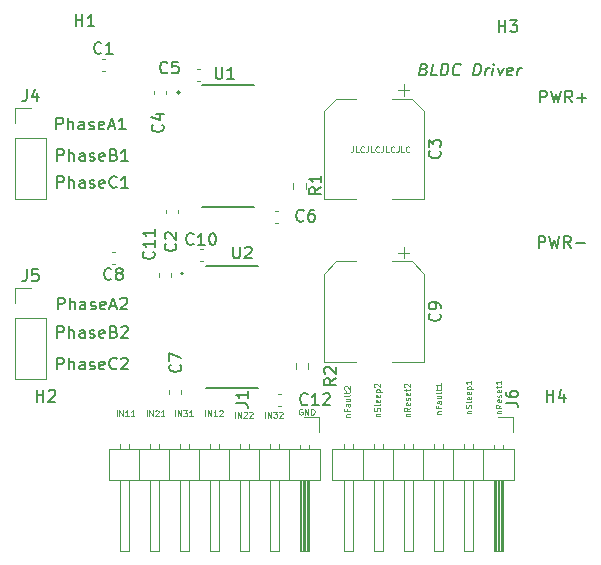
<source format=gto>
G04 #@! TF.GenerationSoftware,KiCad,Pcbnew,6.0.4-6f826c9f35~116~ubuntu20.04.1*
G04 #@! TF.CreationDate,2022-04-25T13:09:09+02:00*
G04 #@! TF.ProjectId,foc,666f632e-6b69-4636-9164-5f7063625858,rev?*
G04 #@! TF.SameCoordinates,Original*
G04 #@! TF.FileFunction,Legend,Top*
G04 #@! TF.FilePolarity,Positive*
%FSLAX46Y46*%
G04 Gerber Fmt 4.6, Leading zero omitted, Abs format (unit mm)*
G04 Created by KiCad (PCBNEW 6.0.4-6f826c9f35~116~ubuntu20.04.1) date 2022-04-25 13:09:09*
%MOMM*%
%LPD*%
G01*
G04 APERTURE LIST*
%ADD10C,0.125000*%
%ADD11C,0.150000*%
%ADD12C,0.120000*%
%ADD13C,0.127000*%
%ADD14C,0.200000*%
G04 APERTURE END LIST*
D10*
X168251476Y-97262190D02*
X168251476Y-97619333D01*
X168227666Y-97690761D01*
X168180047Y-97738380D01*
X168108619Y-97762190D01*
X168061000Y-97762190D01*
X168727666Y-97762190D02*
X168489571Y-97762190D01*
X168489571Y-97262190D01*
X169180047Y-97714571D02*
X169156238Y-97738380D01*
X169084809Y-97762190D01*
X169037190Y-97762190D01*
X168965761Y-97738380D01*
X168918142Y-97690761D01*
X168894333Y-97643142D01*
X168870523Y-97547904D01*
X168870523Y-97476476D01*
X168894333Y-97381238D01*
X168918142Y-97333619D01*
X168965761Y-97286000D01*
X169037190Y-97262190D01*
X169084809Y-97262190D01*
X169156238Y-97286000D01*
X169180047Y-97309809D01*
X169537190Y-97262190D02*
X169537190Y-97619333D01*
X169513380Y-97690761D01*
X169465761Y-97738380D01*
X169394333Y-97762190D01*
X169346714Y-97762190D01*
X170013380Y-97762190D02*
X169775285Y-97762190D01*
X169775285Y-97262190D01*
X170465761Y-97714571D02*
X170441952Y-97738380D01*
X170370523Y-97762190D01*
X170322904Y-97762190D01*
X170251476Y-97738380D01*
X170203857Y-97690761D01*
X170180047Y-97643142D01*
X170156238Y-97547904D01*
X170156238Y-97476476D01*
X170180047Y-97381238D01*
X170203857Y-97333619D01*
X170251476Y-97286000D01*
X170322904Y-97262190D01*
X170370523Y-97262190D01*
X170441952Y-97286000D01*
X170465761Y-97309809D01*
X170822904Y-97262190D02*
X170822904Y-97619333D01*
X170799095Y-97690761D01*
X170751476Y-97738380D01*
X170680047Y-97762190D01*
X170632428Y-97762190D01*
X171299095Y-97762190D02*
X171061000Y-97762190D01*
X171061000Y-97262190D01*
X171751476Y-97714571D02*
X171727666Y-97738380D01*
X171656238Y-97762190D01*
X171608619Y-97762190D01*
X171537190Y-97738380D01*
X171489571Y-97690761D01*
X171465761Y-97643142D01*
X171441952Y-97547904D01*
X171441952Y-97476476D01*
X171465761Y-97381238D01*
X171489571Y-97333619D01*
X171537190Y-97286000D01*
X171608619Y-97262190D01*
X171656238Y-97262190D01*
X171727666Y-97286000D01*
X171751476Y-97309809D01*
X172108619Y-97262190D02*
X172108619Y-97619333D01*
X172084809Y-97690761D01*
X172037190Y-97738380D01*
X171965761Y-97762190D01*
X171918142Y-97762190D01*
X172584809Y-97762190D02*
X172346714Y-97762190D01*
X172346714Y-97262190D01*
X173037190Y-97714571D02*
X173013380Y-97738380D01*
X172941952Y-97762190D01*
X172894333Y-97762190D01*
X172822904Y-97738380D01*
X172775285Y-97690761D01*
X172751476Y-97643142D01*
X172727666Y-97547904D01*
X172727666Y-97476476D01*
X172751476Y-97381238D01*
X172775285Y-97333619D01*
X172822904Y-97286000D01*
X172894333Y-97262190D01*
X172941952Y-97262190D01*
X173013380Y-97286000D01*
X173037190Y-97309809D01*
D11*
X143200809Y-113482380D02*
X143200809Y-112482380D01*
X143581761Y-112482380D01*
X143677000Y-112530000D01*
X143724619Y-112577619D01*
X143772238Y-112672857D01*
X143772238Y-112815714D01*
X143724619Y-112910952D01*
X143677000Y-112958571D01*
X143581761Y-113006190D01*
X143200809Y-113006190D01*
X144200809Y-113482380D02*
X144200809Y-112482380D01*
X144629380Y-113482380D02*
X144629380Y-112958571D01*
X144581761Y-112863333D01*
X144486523Y-112815714D01*
X144343666Y-112815714D01*
X144248428Y-112863333D01*
X144200809Y-112910952D01*
X145534142Y-113482380D02*
X145534142Y-112958571D01*
X145486523Y-112863333D01*
X145391285Y-112815714D01*
X145200809Y-112815714D01*
X145105571Y-112863333D01*
X145534142Y-113434761D02*
X145438904Y-113482380D01*
X145200809Y-113482380D01*
X145105571Y-113434761D01*
X145057952Y-113339523D01*
X145057952Y-113244285D01*
X145105571Y-113149047D01*
X145200809Y-113101428D01*
X145438904Y-113101428D01*
X145534142Y-113053809D01*
X145962714Y-113434761D02*
X146057952Y-113482380D01*
X146248428Y-113482380D01*
X146343666Y-113434761D01*
X146391285Y-113339523D01*
X146391285Y-113291904D01*
X146343666Y-113196666D01*
X146248428Y-113149047D01*
X146105571Y-113149047D01*
X146010333Y-113101428D01*
X145962714Y-113006190D01*
X145962714Y-112958571D01*
X146010333Y-112863333D01*
X146105571Y-112815714D01*
X146248428Y-112815714D01*
X146343666Y-112863333D01*
X147200809Y-113434761D02*
X147105571Y-113482380D01*
X146915095Y-113482380D01*
X146819857Y-113434761D01*
X146772238Y-113339523D01*
X146772238Y-112958571D01*
X146819857Y-112863333D01*
X146915095Y-112815714D01*
X147105571Y-112815714D01*
X147200809Y-112863333D01*
X147248428Y-112958571D01*
X147248428Y-113053809D01*
X146772238Y-113149047D01*
X148010333Y-112958571D02*
X148153190Y-113006190D01*
X148200809Y-113053809D01*
X148248428Y-113149047D01*
X148248428Y-113291904D01*
X148200809Y-113387142D01*
X148153190Y-113434761D01*
X148057952Y-113482380D01*
X147677000Y-113482380D01*
X147677000Y-112482380D01*
X148010333Y-112482380D01*
X148105571Y-112530000D01*
X148153190Y-112577619D01*
X148200809Y-112672857D01*
X148200809Y-112768095D01*
X148153190Y-112863333D01*
X148105571Y-112910952D01*
X148010333Y-112958571D01*
X147677000Y-112958571D01*
X148629380Y-112577619D02*
X148677000Y-112530000D01*
X148772238Y-112482380D01*
X149010333Y-112482380D01*
X149105571Y-112530000D01*
X149153190Y-112577619D01*
X149200809Y-112672857D01*
X149200809Y-112768095D01*
X149153190Y-112910952D01*
X148581761Y-113482380D01*
X149200809Y-113482380D01*
D10*
X170199857Y-120114047D02*
X170533190Y-120114047D01*
X170247476Y-120114047D02*
X170223666Y-120090238D01*
X170199857Y-120042619D01*
X170199857Y-119971190D01*
X170223666Y-119923571D01*
X170271285Y-119899761D01*
X170533190Y-119899761D01*
X170509380Y-119685476D02*
X170533190Y-119614047D01*
X170533190Y-119495000D01*
X170509380Y-119447380D01*
X170485571Y-119423571D01*
X170437952Y-119399761D01*
X170390333Y-119399761D01*
X170342714Y-119423571D01*
X170318904Y-119447380D01*
X170295095Y-119495000D01*
X170271285Y-119590238D01*
X170247476Y-119637857D01*
X170223666Y-119661666D01*
X170176047Y-119685476D01*
X170128428Y-119685476D01*
X170080809Y-119661666D01*
X170057000Y-119637857D01*
X170033190Y-119590238D01*
X170033190Y-119471190D01*
X170057000Y-119399761D01*
X170533190Y-119114047D02*
X170509380Y-119161666D01*
X170461761Y-119185476D01*
X170033190Y-119185476D01*
X170509380Y-118733095D02*
X170533190Y-118780714D01*
X170533190Y-118875952D01*
X170509380Y-118923571D01*
X170461761Y-118947380D01*
X170271285Y-118947380D01*
X170223666Y-118923571D01*
X170199857Y-118875952D01*
X170199857Y-118780714D01*
X170223666Y-118733095D01*
X170271285Y-118709285D01*
X170318904Y-118709285D01*
X170366523Y-118947380D01*
X170509380Y-118304523D02*
X170533190Y-118352142D01*
X170533190Y-118447380D01*
X170509380Y-118495000D01*
X170461761Y-118518809D01*
X170271285Y-118518809D01*
X170223666Y-118495000D01*
X170199857Y-118447380D01*
X170199857Y-118352142D01*
X170223666Y-118304523D01*
X170271285Y-118280714D01*
X170318904Y-118280714D01*
X170366523Y-118518809D01*
X170199857Y-118066428D02*
X170699857Y-118066428D01*
X170223666Y-118066428D02*
X170199857Y-118018809D01*
X170199857Y-117923571D01*
X170223666Y-117875952D01*
X170247476Y-117852142D01*
X170295095Y-117828333D01*
X170437952Y-117828333D01*
X170485571Y-117852142D01*
X170509380Y-117875952D01*
X170533190Y-117923571D01*
X170533190Y-118018809D01*
X170509380Y-118066428D01*
X170080809Y-117637857D02*
X170057000Y-117614047D01*
X170033190Y-117566428D01*
X170033190Y-117447380D01*
X170057000Y-117399761D01*
X170080809Y-117375952D01*
X170128428Y-117352142D01*
X170176047Y-117352142D01*
X170247476Y-117375952D01*
X170533190Y-117661666D01*
X170533190Y-117352142D01*
X180486857Y-119860047D02*
X180820190Y-119860047D01*
X180534476Y-119860047D02*
X180510666Y-119836238D01*
X180486857Y-119788619D01*
X180486857Y-119717190D01*
X180510666Y-119669571D01*
X180558285Y-119645761D01*
X180820190Y-119645761D01*
X180820190Y-119121952D02*
X180582095Y-119288619D01*
X180820190Y-119407666D02*
X180320190Y-119407666D01*
X180320190Y-119217190D01*
X180344000Y-119169571D01*
X180367809Y-119145761D01*
X180415428Y-119121952D01*
X180486857Y-119121952D01*
X180534476Y-119145761D01*
X180558285Y-119169571D01*
X180582095Y-119217190D01*
X180582095Y-119407666D01*
X180796380Y-118717190D02*
X180820190Y-118764809D01*
X180820190Y-118860047D01*
X180796380Y-118907666D01*
X180748761Y-118931476D01*
X180558285Y-118931476D01*
X180510666Y-118907666D01*
X180486857Y-118860047D01*
X180486857Y-118764809D01*
X180510666Y-118717190D01*
X180558285Y-118693380D01*
X180605904Y-118693380D01*
X180653523Y-118931476D01*
X180796380Y-118502904D02*
X180820190Y-118455285D01*
X180820190Y-118360047D01*
X180796380Y-118312428D01*
X180748761Y-118288619D01*
X180724952Y-118288619D01*
X180677333Y-118312428D01*
X180653523Y-118360047D01*
X180653523Y-118431476D01*
X180629714Y-118479095D01*
X180582095Y-118502904D01*
X180558285Y-118502904D01*
X180510666Y-118479095D01*
X180486857Y-118431476D01*
X180486857Y-118360047D01*
X180510666Y-118312428D01*
X180796380Y-117883857D02*
X180820190Y-117931476D01*
X180820190Y-118026714D01*
X180796380Y-118074333D01*
X180748761Y-118098142D01*
X180558285Y-118098142D01*
X180510666Y-118074333D01*
X180486857Y-118026714D01*
X180486857Y-117931476D01*
X180510666Y-117883857D01*
X180558285Y-117860047D01*
X180605904Y-117860047D01*
X180653523Y-118098142D01*
X180486857Y-117717190D02*
X180486857Y-117526714D01*
X180320190Y-117645761D02*
X180748761Y-117645761D01*
X180796380Y-117621952D01*
X180820190Y-117574333D01*
X180820190Y-117526714D01*
X180820190Y-117098142D02*
X180820190Y-117383857D01*
X180820190Y-117241000D02*
X180320190Y-117241000D01*
X180391619Y-117288619D01*
X180439238Y-117336238D01*
X180463047Y-117383857D01*
X150772904Y-120114190D02*
X150772904Y-119614190D01*
X151011000Y-120114190D02*
X151011000Y-119614190D01*
X151296714Y-120114190D01*
X151296714Y-119614190D01*
X151511000Y-119661809D02*
X151534809Y-119638000D01*
X151582428Y-119614190D01*
X151701476Y-119614190D01*
X151749095Y-119638000D01*
X151772904Y-119661809D01*
X151796714Y-119709428D01*
X151796714Y-119757047D01*
X151772904Y-119828476D01*
X151487190Y-120114190D01*
X151796714Y-120114190D01*
X152272904Y-120114190D02*
X151987190Y-120114190D01*
X152130047Y-120114190D02*
X152130047Y-119614190D01*
X152082428Y-119685619D01*
X152034809Y-119733238D01*
X151987190Y-119757047D01*
D11*
X174270851Y-90733571D02*
X174407755Y-90781190D01*
X174449422Y-90828809D01*
X174485136Y-90924047D01*
X174467279Y-91066904D01*
X174407755Y-91162142D01*
X174354184Y-91209761D01*
X174252994Y-91257380D01*
X173872041Y-91257380D01*
X173997041Y-90257380D01*
X174330375Y-90257380D01*
X174419660Y-90305000D01*
X174461327Y-90352619D01*
X174497041Y-90447857D01*
X174485136Y-90543095D01*
X174425613Y-90638333D01*
X174372041Y-90685952D01*
X174270851Y-90733571D01*
X173937517Y-90733571D01*
X175348232Y-91257380D02*
X174872041Y-91257380D01*
X174997041Y-90257380D01*
X175681565Y-91257380D02*
X175806565Y-90257380D01*
X176044660Y-90257380D01*
X176181565Y-90305000D01*
X176264898Y-90400238D01*
X176300613Y-90495476D01*
X176324422Y-90685952D01*
X176306565Y-90828809D01*
X176235136Y-91019285D01*
X176175613Y-91114523D01*
X176068470Y-91209761D01*
X175919660Y-91257380D01*
X175681565Y-91257380D01*
X177264898Y-91162142D02*
X177211327Y-91209761D01*
X177062517Y-91257380D01*
X176967279Y-91257380D01*
X176830375Y-91209761D01*
X176747041Y-91114523D01*
X176711327Y-91019285D01*
X176687517Y-90828809D01*
X176705375Y-90685952D01*
X176776803Y-90495476D01*
X176836327Y-90400238D01*
X176943470Y-90305000D01*
X177092279Y-90257380D01*
X177187517Y-90257380D01*
X177324422Y-90305000D01*
X177366089Y-90352619D01*
X178443470Y-91257380D02*
X178568470Y-90257380D01*
X178806565Y-90257380D01*
X178943470Y-90305000D01*
X179026803Y-90400238D01*
X179062517Y-90495476D01*
X179086327Y-90685952D01*
X179068470Y-90828809D01*
X178997041Y-91019285D01*
X178937517Y-91114523D01*
X178830375Y-91209761D01*
X178681565Y-91257380D01*
X178443470Y-91257380D01*
X179443470Y-91257380D02*
X179526803Y-90590714D01*
X179502994Y-90781190D02*
X179562517Y-90685952D01*
X179616089Y-90638333D01*
X179717279Y-90590714D01*
X179812517Y-90590714D01*
X180062517Y-91257380D02*
X180145851Y-90590714D01*
X180187517Y-90257380D02*
X180133946Y-90305000D01*
X180175613Y-90352619D01*
X180229184Y-90305000D01*
X180187517Y-90257380D01*
X180175613Y-90352619D01*
X180526803Y-90590714D02*
X180681565Y-91257380D01*
X181002994Y-90590714D01*
X181687517Y-91209761D02*
X181586327Y-91257380D01*
X181395851Y-91257380D01*
X181306565Y-91209761D01*
X181270851Y-91114523D01*
X181318470Y-90733571D01*
X181377994Y-90638333D01*
X181479184Y-90590714D01*
X181669660Y-90590714D01*
X181758946Y-90638333D01*
X181794660Y-90733571D01*
X181782755Y-90828809D01*
X181294660Y-90924047D01*
X182157755Y-91257380D02*
X182241089Y-90590714D01*
X182217279Y-90781190D02*
X182276803Y-90685952D01*
X182330375Y-90638333D01*
X182431565Y-90590714D01*
X182526803Y-90590714D01*
D10*
X148232904Y-120114190D02*
X148232904Y-119614190D01*
X148471000Y-120114190D02*
X148471000Y-119614190D01*
X148756714Y-120114190D01*
X148756714Y-119614190D01*
X149256714Y-120114190D02*
X148971000Y-120114190D01*
X149113857Y-120114190D02*
X149113857Y-119614190D01*
X149066238Y-119685619D01*
X149018619Y-119733238D01*
X148971000Y-119757047D01*
X149732904Y-120114190D02*
X149447190Y-120114190D01*
X149590047Y-120114190D02*
X149590047Y-119614190D01*
X149542428Y-119685619D01*
X149494809Y-119733238D01*
X149447190Y-119757047D01*
D11*
X143200809Y-98496380D02*
X143200809Y-97496380D01*
X143581761Y-97496380D01*
X143677000Y-97544000D01*
X143724619Y-97591619D01*
X143772238Y-97686857D01*
X143772238Y-97829714D01*
X143724619Y-97924952D01*
X143677000Y-97972571D01*
X143581761Y-98020190D01*
X143200809Y-98020190D01*
X144200809Y-98496380D02*
X144200809Y-97496380D01*
X144629380Y-98496380D02*
X144629380Y-97972571D01*
X144581761Y-97877333D01*
X144486523Y-97829714D01*
X144343666Y-97829714D01*
X144248428Y-97877333D01*
X144200809Y-97924952D01*
X145534142Y-98496380D02*
X145534142Y-97972571D01*
X145486523Y-97877333D01*
X145391285Y-97829714D01*
X145200809Y-97829714D01*
X145105571Y-97877333D01*
X145534142Y-98448761D02*
X145438904Y-98496380D01*
X145200809Y-98496380D01*
X145105571Y-98448761D01*
X145057952Y-98353523D01*
X145057952Y-98258285D01*
X145105571Y-98163047D01*
X145200809Y-98115428D01*
X145438904Y-98115428D01*
X145534142Y-98067809D01*
X145962714Y-98448761D02*
X146057952Y-98496380D01*
X146248428Y-98496380D01*
X146343666Y-98448761D01*
X146391285Y-98353523D01*
X146391285Y-98305904D01*
X146343666Y-98210666D01*
X146248428Y-98163047D01*
X146105571Y-98163047D01*
X146010333Y-98115428D01*
X145962714Y-98020190D01*
X145962714Y-97972571D01*
X146010333Y-97877333D01*
X146105571Y-97829714D01*
X146248428Y-97829714D01*
X146343666Y-97877333D01*
X147200809Y-98448761D02*
X147105571Y-98496380D01*
X146915095Y-98496380D01*
X146819857Y-98448761D01*
X146772238Y-98353523D01*
X146772238Y-97972571D01*
X146819857Y-97877333D01*
X146915095Y-97829714D01*
X147105571Y-97829714D01*
X147200809Y-97877333D01*
X147248428Y-97972571D01*
X147248428Y-98067809D01*
X146772238Y-98163047D01*
X148010333Y-97972571D02*
X148153190Y-98020190D01*
X148200809Y-98067809D01*
X148248428Y-98163047D01*
X148248428Y-98305904D01*
X148200809Y-98401142D01*
X148153190Y-98448761D01*
X148057952Y-98496380D01*
X147677000Y-98496380D01*
X147677000Y-97496380D01*
X148010333Y-97496380D01*
X148105571Y-97544000D01*
X148153190Y-97591619D01*
X148200809Y-97686857D01*
X148200809Y-97782095D01*
X148153190Y-97877333D01*
X148105571Y-97924952D01*
X148010333Y-97972571D01*
X147677000Y-97972571D01*
X149200809Y-98496380D02*
X148629380Y-98496380D01*
X148915095Y-98496380D02*
X148915095Y-97496380D01*
X148819857Y-97639238D01*
X148724619Y-97734476D01*
X148629380Y-97782095D01*
X184102619Y-93543380D02*
X184102619Y-92543380D01*
X184483571Y-92543380D01*
X184578809Y-92591000D01*
X184626428Y-92638619D01*
X184674047Y-92733857D01*
X184674047Y-92876714D01*
X184626428Y-92971952D01*
X184578809Y-93019571D01*
X184483571Y-93067190D01*
X184102619Y-93067190D01*
X185007380Y-92543380D02*
X185245476Y-93543380D01*
X185435952Y-92829095D01*
X185626428Y-93543380D01*
X185864523Y-92543380D01*
X186816904Y-93543380D02*
X186483571Y-93067190D01*
X186245476Y-93543380D02*
X186245476Y-92543380D01*
X186626428Y-92543380D01*
X186721666Y-92591000D01*
X186769285Y-92638619D01*
X186816904Y-92733857D01*
X186816904Y-92876714D01*
X186769285Y-92971952D01*
X186721666Y-93019571D01*
X186626428Y-93067190D01*
X186245476Y-93067190D01*
X187245476Y-93162428D02*
X188007380Y-93162428D01*
X187626428Y-93543380D02*
X187626428Y-92781476D01*
D10*
X153185904Y-120114190D02*
X153185904Y-119614190D01*
X153424000Y-120114190D02*
X153424000Y-119614190D01*
X153709714Y-120114190D01*
X153709714Y-119614190D01*
X153900190Y-119614190D02*
X154209714Y-119614190D01*
X154043047Y-119804666D01*
X154114476Y-119804666D01*
X154162095Y-119828476D01*
X154185904Y-119852285D01*
X154209714Y-119899904D01*
X154209714Y-120018952D01*
X154185904Y-120066571D01*
X154162095Y-120090380D01*
X154114476Y-120114190D01*
X153971619Y-120114190D01*
X153924000Y-120090380D01*
X153900190Y-120066571D01*
X154685904Y-120114190D02*
X154400190Y-120114190D01*
X154543047Y-120114190D02*
X154543047Y-119614190D01*
X154495428Y-119685619D01*
X154447809Y-119733238D01*
X154400190Y-119757047D01*
X175406857Y-119903714D02*
X175740190Y-119903714D01*
X175454476Y-119903714D02*
X175430666Y-119879904D01*
X175406857Y-119832285D01*
X175406857Y-119760857D01*
X175430666Y-119713238D01*
X175478285Y-119689428D01*
X175740190Y-119689428D01*
X175478285Y-119284666D02*
X175478285Y-119451333D01*
X175740190Y-119451333D02*
X175240190Y-119451333D01*
X175240190Y-119213238D01*
X175740190Y-118808476D02*
X175478285Y-118808476D01*
X175430666Y-118832285D01*
X175406857Y-118879904D01*
X175406857Y-118975142D01*
X175430666Y-119022761D01*
X175716380Y-118808476D02*
X175740190Y-118856095D01*
X175740190Y-118975142D01*
X175716380Y-119022761D01*
X175668761Y-119046571D01*
X175621142Y-119046571D01*
X175573523Y-119022761D01*
X175549714Y-118975142D01*
X175549714Y-118856095D01*
X175525904Y-118808476D01*
X175406857Y-118356095D02*
X175740190Y-118356095D01*
X175406857Y-118570380D02*
X175668761Y-118570380D01*
X175716380Y-118546571D01*
X175740190Y-118498952D01*
X175740190Y-118427523D01*
X175716380Y-118379904D01*
X175692571Y-118356095D01*
X175740190Y-118046571D02*
X175716380Y-118094190D01*
X175668761Y-118118000D01*
X175240190Y-118118000D01*
X175406857Y-117927523D02*
X175406857Y-117737047D01*
X175240190Y-117856095D02*
X175668761Y-117856095D01*
X175716380Y-117832285D01*
X175740190Y-117784666D01*
X175740190Y-117737047D01*
X175740190Y-117308476D02*
X175740190Y-117594190D01*
X175740190Y-117451333D02*
X175240190Y-117451333D01*
X175311619Y-117498952D01*
X175359238Y-117546571D01*
X175383047Y-117594190D01*
X158265904Y-120241190D02*
X158265904Y-119741190D01*
X158504000Y-120241190D02*
X158504000Y-119741190D01*
X158789714Y-120241190D01*
X158789714Y-119741190D01*
X159004000Y-119788809D02*
X159027809Y-119765000D01*
X159075428Y-119741190D01*
X159194476Y-119741190D01*
X159242095Y-119765000D01*
X159265904Y-119788809D01*
X159289714Y-119836428D01*
X159289714Y-119884047D01*
X159265904Y-119955476D01*
X158980190Y-120241190D01*
X159289714Y-120241190D01*
X159480190Y-119788809D02*
X159504000Y-119765000D01*
X159551619Y-119741190D01*
X159670666Y-119741190D01*
X159718285Y-119765000D01*
X159742095Y-119788809D01*
X159765904Y-119836428D01*
X159765904Y-119884047D01*
X159742095Y-119955476D01*
X159456380Y-120241190D01*
X159765904Y-120241190D01*
X163957047Y-119511000D02*
X163909428Y-119487190D01*
X163838000Y-119487190D01*
X163766571Y-119511000D01*
X163718952Y-119558619D01*
X163695142Y-119606238D01*
X163671333Y-119701476D01*
X163671333Y-119772904D01*
X163695142Y-119868142D01*
X163718952Y-119915761D01*
X163766571Y-119963380D01*
X163838000Y-119987190D01*
X163885619Y-119987190D01*
X163957047Y-119963380D01*
X163980857Y-119939571D01*
X163980857Y-119772904D01*
X163885619Y-119772904D01*
X164195142Y-119987190D02*
X164195142Y-119487190D01*
X164480857Y-119987190D01*
X164480857Y-119487190D01*
X164718952Y-119987190D02*
X164718952Y-119487190D01*
X164838000Y-119487190D01*
X164909428Y-119511000D01*
X164957047Y-119558619D01*
X164980857Y-119606238D01*
X165004666Y-119701476D01*
X165004666Y-119772904D01*
X164980857Y-119868142D01*
X164957047Y-119915761D01*
X164909428Y-119963380D01*
X164838000Y-119987190D01*
X164718952Y-119987190D01*
X167659857Y-120157714D02*
X167993190Y-120157714D01*
X167707476Y-120157714D02*
X167683666Y-120133904D01*
X167659857Y-120086285D01*
X167659857Y-120014857D01*
X167683666Y-119967238D01*
X167731285Y-119943428D01*
X167993190Y-119943428D01*
X167731285Y-119538666D02*
X167731285Y-119705333D01*
X167993190Y-119705333D02*
X167493190Y-119705333D01*
X167493190Y-119467238D01*
X167993190Y-119062476D02*
X167731285Y-119062476D01*
X167683666Y-119086285D01*
X167659857Y-119133904D01*
X167659857Y-119229142D01*
X167683666Y-119276761D01*
X167969380Y-119062476D02*
X167993190Y-119110095D01*
X167993190Y-119229142D01*
X167969380Y-119276761D01*
X167921761Y-119300571D01*
X167874142Y-119300571D01*
X167826523Y-119276761D01*
X167802714Y-119229142D01*
X167802714Y-119110095D01*
X167778904Y-119062476D01*
X167659857Y-118610095D02*
X167993190Y-118610095D01*
X167659857Y-118824380D02*
X167921761Y-118824380D01*
X167969380Y-118800571D01*
X167993190Y-118752952D01*
X167993190Y-118681523D01*
X167969380Y-118633904D01*
X167945571Y-118610095D01*
X167993190Y-118300571D02*
X167969380Y-118348190D01*
X167921761Y-118372000D01*
X167493190Y-118372000D01*
X167659857Y-118181523D02*
X167659857Y-117991047D01*
X167493190Y-118110095D02*
X167921761Y-118110095D01*
X167969380Y-118086285D01*
X167993190Y-118038666D01*
X167993190Y-117991047D01*
X167540809Y-117848190D02*
X167517000Y-117824380D01*
X167493190Y-117776761D01*
X167493190Y-117657714D01*
X167517000Y-117610095D01*
X167540809Y-117586285D01*
X167588428Y-117562476D01*
X167636047Y-117562476D01*
X167707476Y-117586285D01*
X167993190Y-117872000D01*
X167993190Y-117562476D01*
D11*
X143200809Y-116149380D02*
X143200809Y-115149380D01*
X143581761Y-115149380D01*
X143677000Y-115197000D01*
X143724619Y-115244619D01*
X143772238Y-115339857D01*
X143772238Y-115482714D01*
X143724619Y-115577952D01*
X143677000Y-115625571D01*
X143581761Y-115673190D01*
X143200809Y-115673190D01*
X144200809Y-116149380D02*
X144200809Y-115149380D01*
X144629380Y-116149380D02*
X144629380Y-115625571D01*
X144581761Y-115530333D01*
X144486523Y-115482714D01*
X144343666Y-115482714D01*
X144248428Y-115530333D01*
X144200809Y-115577952D01*
X145534142Y-116149380D02*
X145534142Y-115625571D01*
X145486523Y-115530333D01*
X145391285Y-115482714D01*
X145200809Y-115482714D01*
X145105571Y-115530333D01*
X145534142Y-116101761D02*
X145438904Y-116149380D01*
X145200809Y-116149380D01*
X145105571Y-116101761D01*
X145057952Y-116006523D01*
X145057952Y-115911285D01*
X145105571Y-115816047D01*
X145200809Y-115768428D01*
X145438904Y-115768428D01*
X145534142Y-115720809D01*
X145962714Y-116101761D02*
X146057952Y-116149380D01*
X146248428Y-116149380D01*
X146343666Y-116101761D01*
X146391285Y-116006523D01*
X146391285Y-115958904D01*
X146343666Y-115863666D01*
X146248428Y-115816047D01*
X146105571Y-115816047D01*
X146010333Y-115768428D01*
X145962714Y-115673190D01*
X145962714Y-115625571D01*
X146010333Y-115530333D01*
X146105571Y-115482714D01*
X146248428Y-115482714D01*
X146343666Y-115530333D01*
X147200809Y-116101761D02*
X147105571Y-116149380D01*
X146915095Y-116149380D01*
X146819857Y-116101761D01*
X146772238Y-116006523D01*
X146772238Y-115625571D01*
X146819857Y-115530333D01*
X146915095Y-115482714D01*
X147105571Y-115482714D01*
X147200809Y-115530333D01*
X147248428Y-115625571D01*
X147248428Y-115720809D01*
X146772238Y-115816047D01*
X148248428Y-116054142D02*
X148200809Y-116101761D01*
X148057952Y-116149380D01*
X147962714Y-116149380D01*
X147819857Y-116101761D01*
X147724619Y-116006523D01*
X147677000Y-115911285D01*
X147629380Y-115720809D01*
X147629380Y-115577952D01*
X147677000Y-115387476D01*
X147724619Y-115292238D01*
X147819857Y-115197000D01*
X147962714Y-115149380D01*
X148057952Y-115149380D01*
X148200809Y-115197000D01*
X148248428Y-115244619D01*
X148629380Y-115244619D02*
X148677000Y-115197000D01*
X148772238Y-115149380D01*
X149010333Y-115149380D01*
X149105571Y-115197000D01*
X149153190Y-115244619D01*
X149200809Y-115339857D01*
X149200809Y-115435095D01*
X149153190Y-115577952D01*
X148581761Y-116149380D01*
X149200809Y-116149380D01*
D10*
X177946857Y-119860047D02*
X178280190Y-119860047D01*
X177994476Y-119860047D02*
X177970666Y-119836238D01*
X177946857Y-119788619D01*
X177946857Y-119717190D01*
X177970666Y-119669571D01*
X178018285Y-119645761D01*
X178280190Y-119645761D01*
X178256380Y-119431476D02*
X178280190Y-119360047D01*
X178280190Y-119241000D01*
X178256380Y-119193380D01*
X178232571Y-119169571D01*
X178184952Y-119145761D01*
X178137333Y-119145761D01*
X178089714Y-119169571D01*
X178065904Y-119193380D01*
X178042095Y-119241000D01*
X178018285Y-119336238D01*
X177994476Y-119383857D01*
X177970666Y-119407666D01*
X177923047Y-119431476D01*
X177875428Y-119431476D01*
X177827809Y-119407666D01*
X177804000Y-119383857D01*
X177780190Y-119336238D01*
X177780190Y-119217190D01*
X177804000Y-119145761D01*
X178280190Y-118860047D02*
X178256380Y-118907666D01*
X178208761Y-118931476D01*
X177780190Y-118931476D01*
X178256380Y-118479095D02*
X178280190Y-118526714D01*
X178280190Y-118621952D01*
X178256380Y-118669571D01*
X178208761Y-118693380D01*
X178018285Y-118693380D01*
X177970666Y-118669571D01*
X177946857Y-118621952D01*
X177946857Y-118526714D01*
X177970666Y-118479095D01*
X178018285Y-118455285D01*
X178065904Y-118455285D01*
X178113523Y-118693380D01*
X178256380Y-118050523D02*
X178280190Y-118098142D01*
X178280190Y-118193380D01*
X178256380Y-118241000D01*
X178208761Y-118264809D01*
X178018285Y-118264809D01*
X177970666Y-118241000D01*
X177946857Y-118193380D01*
X177946857Y-118098142D01*
X177970666Y-118050523D01*
X178018285Y-118026714D01*
X178065904Y-118026714D01*
X178113523Y-118264809D01*
X177946857Y-117812428D02*
X178446857Y-117812428D01*
X177970666Y-117812428D02*
X177946857Y-117764809D01*
X177946857Y-117669571D01*
X177970666Y-117621952D01*
X177994476Y-117598142D01*
X178042095Y-117574333D01*
X178184952Y-117574333D01*
X178232571Y-117598142D01*
X178256380Y-117621952D01*
X178280190Y-117669571D01*
X178280190Y-117764809D01*
X178256380Y-117812428D01*
X178280190Y-117098142D02*
X178280190Y-117383857D01*
X178280190Y-117241000D02*
X177780190Y-117241000D01*
X177851619Y-117288619D01*
X177899238Y-117336238D01*
X177923047Y-117383857D01*
X160805904Y-120241190D02*
X160805904Y-119741190D01*
X161044000Y-120241190D02*
X161044000Y-119741190D01*
X161329714Y-120241190D01*
X161329714Y-119741190D01*
X161520190Y-119741190D02*
X161829714Y-119741190D01*
X161663047Y-119931666D01*
X161734476Y-119931666D01*
X161782095Y-119955476D01*
X161805904Y-119979285D01*
X161829714Y-120026904D01*
X161829714Y-120145952D01*
X161805904Y-120193571D01*
X161782095Y-120217380D01*
X161734476Y-120241190D01*
X161591619Y-120241190D01*
X161544000Y-120217380D01*
X161520190Y-120193571D01*
X162020190Y-119788809D02*
X162044000Y-119765000D01*
X162091619Y-119741190D01*
X162210666Y-119741190D01*
X162258285Y-119765000D01*
X162282095Y-119788809D01*
X162305904Y-119836428D01*
X162305904Y-119884047D01*
X162282095Y-119955476D01*
X161996380Y-120241190D01*
X162305904Y-120241190D01*
D11*
X143272238Y-111069380D02*
X143272238Y-110069380D01*
X143653190Y-110069380D01*
X143748428Y-110117000D01*
X143796047Y-110164619D01*
X143843666Y-110259857D01*
X143843666Y-110402714D01*
X143796047Y-110497952D01*
X143748428Y-110545571D01*
X143653190Y-110593190D01*
X143272238Y-110593190D01*
X144272238Y-111069380D02*
X144272238Y-110069380D01*
X144700809Y-111069380D02*
X144700809Y-110545571D01*
X144653190Y-110450333D01*
X144557952Y-110402714D01*
X144415095Y-110402714D01*
X144319857Y-110450333D01*
X144272238Y-110497952D01*
X145605571Y-111069380D02*
X145605571Y-110545571D01*
X145557952Y-110450333D01*
X145462714Y-110402714D01*
X145272238Y-110402714D01*
X145177000Y-110450333D01*
X145605571Y-111021761D02*
X145510333Y-111069380D01*
X145272238Y-111069380D01*
X145177000Y-111021761D01*
X145129380Y-110926523D01*
X145129380Y-110831285D01*
X145177000Y-110736047D01*
X145272238Y-110688428D01*
X145510333Y-110688428D01*
X145605571Y-110640809D01*
X146034142Y-111021761D02*
X146129380Y-111069380D01*
X146319857Y-111069380D01*
X146415095Y-111021761D01*
X146462714Y-110926523D01*
X146462714Y-110878904D01*
X146415095Y-110783666D01*
X146319857Y-110736047D01*
X146177000Y-110736047D01*
X146081761Y-110688428D01*
X146034142Y-110593190D01*
X146034142Y-110545571D01*
X146081761Y-110450333D01*
X146177000Y-110402714D01*
X146319857Y-110402714D01*
X146415095Y-110450333D01*
X147272238Y-111021761D02*
X147177000Y-111069380D01*
X146986523Y-111069380D01*
X146891285Y-111021761D01*
X146843666Y-110926523D01*
X146843666Y-110545571D01*
X146891285Y-110450333D01*
X146986523Y-110402714D01*
X147177000Y-110402714D01*
X147272238Y-110450333D01*
X147319857Y-110545571D01*
X147319857Y-110640809D01*
X146843666Y-110736047D01*
X147700809Y-110783666D02*
X148177000Y-110783666D01*
X147605571Y-111069380D02*
X147938904Y-110069380D01*
X148272238Y-111069380D01*
X148557952Y-110164619D02*
X148605571Y-110117000D01*
X148700809Y-110069380D01*
X148938904Y-110069380D01*
X149034142Y-110117000D01*
X149081761Y-110164619D01*
X149129380Y-110259857D01*
X149129380Y-110355095D01*
X149081761Y-110497952D01*
X148510333Y-111069380D01*
X149129380Y-111069380D01*
X143200809Y-100782380D02*
X143200809Y-99782380D01*
X143581761Y-99782380D01*
X143677000Y-99830000D01*
X143724619Y-99877619D01*
X143772238Y-99972857D01*
X143772238Y-100115714D01*
X143724619Y-100210952D01*
X143677000Y-100258571D01*
X143581761Y-100306190D01*
X143200809Y-100306190D01*
X144200809Y-100782380D02*
X144200809Y-99782380D01*
X144629380Y-100782380D02*
X144629380Y-100258571D01*
X144581761Y-100163333D01*
X144486523Y-100115714D01*
X144343666Y-100115714D01*
X144248428Y-100163333D01*
X144200809Y-100210952D01*
X145534142Y-100782380D02*
X145534142Y-100258571D01*
X145486523Y-100163333D01*
X145391285Y-100115714D01*
X145200809Y-100115714D01*
X145105571Y-100163333D01*
X145534142Y-100734761D02*
X145438904Y-100782380D01*
X145200809Y-100782380D01*
X145105571Y-100734761D01*
X145057952Y-100639523D01*
X145057952Y-100544285D01*
X145105571Y-100449047D01*
X145200809Y-100401428D01*
X145438904Y-100401428D01*
X145534142Y-100353809D01*
X145962714Y-100734761D02*
X146057952Y-100782380D01*
X146248428Y-100782380D01*
X146343666Y-100734761D01*
X146391285Y-100639523D01*
X146391285Y-100591904D01*
X146343666Y-100496666D01*
X146248428Y-100449047D01*
X146105571Y-100449047D01*
X146010333Y-100401428D01*
X145962714Y-100306190D01*
X145962714Y-100258571D01*
X146010333Y-100163333D01*
X146105571Y-100115714D01*
X146248428Y-100115714D01*
X146343666Y-100163333D01*
X147200809Y-100734761D02*
X147105571Y-100782380D01*
X146915095Y-100782380D01*
X146819857Y-100734761D01*
X146772238Y-100639523D01*
X146772238Y-100258571D01*
X146819857Y-100163333D01*
X146915095Y-100115714D01*
X147105571Y-100115714D01*
X147200809Y-100163333D01*
X147248428Y-100258571D01*
X147248428Y-100353809D01*
X146772238Y-100449047D01*
X148248428Y-100687142D02*
X148200809Y-100734761D01*
X148057952Y-100782380D01*
X147962714Y-100782380D01*
X147819857Y-100734761D01*
X147724619Y-100639523D01*
X147677000Y-100544285D01*
X147629380Y-100353809D01*
X147629380Y-100210952D01*
X147677000Y-100020476D01*
X147724619Y-99925238D01*
X147819857Y-99830000D01*
X147962714Y-99782380D01*
X148057952Y-99782380D01*
X148200809Y-99830000D01*
X148248428Y-99877619D01*
X149200809Y-100782380D02*
X148629380Y-100782380D01*
X148915095Y-100782380D02*
X148915095Y-99782380D01*
X148819857Y-99925238D01*
X148724619Y-100020476D01*
X148629380Y-100068095D01*
X183975619Y-105862380D02*
X183975619Y-104862380D01*
X184356571Y-104862380D01*
X184451809Y-104910000D01*
X184499428Y-104957619D01*
X184547047Y-105052857D01*
X184547047Y-105195714D01*
X184499428Y-105290952D01*
X184451809Y-105338571D01*
X184356571Y-105386190D01*
X183975619Y-105386190D01*
X184880380Y-104862380D02*
X185118476Y-105862380D01*
X185308952Y-105148095D01*
X185499428Y-105862380D01*
X185737523Y-104862380D01*
X186689904Y-105862380D02*
X186356571Y-105386190D01*
X186118476Y-105862380D02*
X186118476Y-104862380D01*
X186499428Y-104862380D01*
X186594666Y-104910000D01*
X186642285Y-104957619D01*
X186689904Y-105052857D01*
X186689904Y-105195714D01*
X186642285Y-105290952D01*
X186594666Y-105338571D01*
X186499428Y-105386190D01*
X186118476Y-105386190D01*
X187118476Y-105481428D02*
X187880380Y-105481428D01*
D10*
X172739857Y-120114047D02*
X173073190Y-120114047D01*
X172787476Y-120114047D02*
X172763666Y-120090238D01*
X172739857Y-120042619D01*
X172739857Y-119971190D01*
X172763666Y-119923571D01*
X172811285Y-119899761D01*
X173073190Y-119899761D01*
X173073190Y-119375952D02*
X172835095Y-119542619D01*
X173073190Y-119661666D02*
X172573190Y-119661666D01*
X172573190Y-119471190D01*
X172597000Y-119423571D01*
X172620809Y-119399761D01*
X172668428Y-119375952D01*
X172739857Y-119375952D01*
X172787476Y-119399761D01*
X172811285Y-119423571D01*
X172835095Y-119471190D01*
X172835095Y-119661666D01*
X173049380Y-118971190D02*
X173073190Y-119018809D01*
X173073190Y-119114047D01*
X173049380Y-119161666D01*
X173001761Y-119185476D01*
X172811285Y-119185476D01*
X172763666Y-119161666D01*
X172739857Y-119114047D01*
X172739857Y-119018809D01*
X172763666Y-118971190D01*
X172811285Y-118947380D01*
X172858904Y-118947380D01*
X172906523Y-119185476D01*
X173049380Y-118756904D02*
X173073190Y-118709285D01*
X173073190Y-118614047D01*
X173049380Y-118566428D01*
X173001761Y-118542619D01*
X172977952Y-118542619D01*
X172930333Y-118566428D01*
X172906523Y-118614047D01*
X172906523Y-118685476D01*
X172882714Y-118733095D01*
X172835095Y-118756904D01*
X172811285Y-118756904D01*
X172763666Y-118733095D01*
X172739857Y-118685476D01*
X172739857Y-118614047D01*
X172763666Y-118566428D01*
X173049380Y-118137857D02*
X173073190Y-118185476D01*
X173073190Y-118280714D01*
X173049380Y-118328333D01*
X173001761Y-118352142D01*
X172811285Y-118352142D01*
X172763666Y-118328333D01*
X172739857Y-118280714D01*
X172739857Y-118185476D01*
X172763666Y-118137857D01*
X172811285Y-118114047D01*
X172858904Y-118114047D01*
X172906523Y-118352142D01*
X172739857Y-117971190D02*
X172739857Y-117780714D01*
X172573190Y-117899761D02*
X173001761Y-117899761D01*
X173049380Y-117875952D01*
X173073190Y-117828333D01*
X173073190Y-117780714D01*
X172620809Y-117637857D02*
X172597000Y-117614047D01*
X172573190Y-117566428D01*
X172573190Y-117447380D01*
X172597000Y-117399761D01*
X172620809Y-117375952D01*
X172668428Y-117352142D01*
X172716047Y-117352142D01*
X172787476Y-117375952D01*
X173073190Y-117661666D01*
X173073190Y-117352142D01*
X155725904Y-120114190D02*
X155725904Y-119614190D01*
X155964000Y-120114190D02*
X155964000Y-119614190D01*
X156249714Y-120114190D01*
X156249714Y-119614190D01*
X156749714Y-120114190D02*
X156464000Y-120114190D01*
X156606857Y-120114190D02*
X156606857Y-119614190D01*
X156559238Y-119685619D01*
X156511619Y-119733238D01*
X156464000Y-119757047D01*
X156940190Y-119661809D02*
X156964000Y-119638000D01*
X157011619Y-119614190D01*
X157130666Y-119614190D01*
X157178285Y-119638000D01*
X157202095Y-119661809D01*
X157225904Y-119709428D01*
X157225904Y-119757047D01*
X157202095Y-119828476D01*
X156916380Y-120114190D01*
X157225904Y-120114190D01*
D11*
X143145238Y-95829380D02*
X143145238Y-94829380D01*
X143526190Y-94829380D01*
X143621428Y-94877000D01*
X143669047Y-94924619D01*
X143716666Y-95019857D01*
X143716666Y-95162714D01*
X143669047Y-95257952D01*
X143621428Y-95305571D01*
X143526190Y-95353190D01*
X143145238Y-95353190D01*
X144145238Y-95829380D02*
X144145238Y-94829380D01*
X144573809Y-95829380D02*
X144573809Y-95305571D01*
X144526190Y-95210333D01*
X144430952Y-95162714D01*
X144288095Y-95162714D01*
X144192857Y-95210333D01*
X144145238Y-95257952D01*
X145478571Y-95829380D02*
X145478571Y-95305571D01*
X145430952Y-95210333D01*
X145335714Y-95162714D01*
X145145238Y-95162714D01*
X145050000Y-95210333D01*
X145478571Y-95781761D02*
X145383333Y-95829380D01*
X145145238Y-95829380D01*
X145050000Y-95781761D01*
X145002380Y-95686523D01*
X145002380Y-95591285D01*
X145050000Y-95496047D01*
X145145238Y-95448428D01*
X145383333Y-95448428D01*
X145478571Y-95400809D01*
X145907142Y-95781761D02*
X146002380Y-95829380D01*
X146192857Y-95829380D01*
X146288095Y-95781761D01*
X146335714Y-95686523D01*
X146335714Y-95638904D01*
X146288095Y-95543666D01*
X146192857Y-95496047D01*
X146050000Y-95496047D01*
X145954761Y-95448428D01*
X145907142Y-95353190D01*
X145907142Y-95305571D01*
X145954761Y-95210333D01*
X146050000Y-95162714D01*
X146192857Y-95162714D01*
X146288095Y-95210333D01*
X147145238Y-95781761D02*
X147050000Y-95829380D01*
X146859523Y-95829380D01*
X146764285Y-95781761D01*
X146716666Y-95686523D01*
X146716666Y-95305571D01*
X146764285Y-95210333D01*
X146859523Y-95162714D01*
X147050000Y-95162714D01*
X147145238Y-95210333D01*
X147192857Y-95305571D01*
X147192857Y-95400809D01*
X146716666Y-95496047D01*
X147573809Y-95543666D02*
X148050000Y-95543666D01*
X147478571Y-95829380D02*
X147811904Y-94829380D01*
X148145238Y-95829380D01*
X149002380Y-95829380D02*
X148430952Y-95829380D01*
X148716666Y-95829380D02*
X148716666Y-94829380D01*
X148621428Y-94972238D01*
X148526190Y-95067476D01*
X148430952Y-95115095D01*
X140636666Y-92438180D02*
X140636666Y-93152466D01*
X140589047Y-93295323D01*
X140493809Y-93390561D01*
X140350952Y-93438180D01*
X140255714Y-93438180D01*
X141541428Y-92771514D02*
X141541428Y-93438180D01*
X141303333Y-92390561D02*
X141065238Y-93104847D01*
X141684285Y-93104847D01*
X181189380Y-118951333D02*
X181903666Y-118951333D01*
X182046523Y-118998952D01*
X182141761Y-119094190D01*
X182189380Y-119237047D01*
X182189380Y-119332285D01*
X181189380Y-118046571D02*
X181189380Y-118237047D01*
X181237000Y-118332285D01*
X181284619Y-118379904D01*
X181427476Y-118475142D01*
X181617952Y-118522761D01*
X181998904Y-118522761D01*
X182094142Y-118475142D01*
X182141761Y-118427523D01*
X182189380Y-118332285D01*
X182189380Y-118141809D01*
X182141761Y-118046571D01*
X182094142Y-117998952D01*
X181998904Y-117951333D01*
X181760809Y-117951333D01*
X181665571Y-117998952D01*
X181617952Y-118046571D01*
X181570333Y-118141809D01*
X181570333Y-118332285D01*
X181617952Y-118427523D01*
X181665571Y-118475142D01*
X181760809Y-118522761D01*
X141478095Y-118872380D02*
X141478095Y-117872380D01*
X141478095Y-118348571D02*
X142049523Y-118348571D01*
X142049523Y-118872380D02*
X142049523Y-117872380D01*
X142478095Y-117967619D02*
X142525714Y-117920000D01*
X142620952Y-117872380D01*
X142859047Y-117872380D01*
X142954285Y-117920000D01*
X143001904Y-117967619D01*
X143049523Y-118062857D01*
X143049523Y-118158095D01*
X143001904Y-118300952D01*
X142430476Y-118872380D01*
X143049523Y-118872380D01*
X151360142Y-106179857D02*
X151407761Y-106227476D01*
X151455380Y-106370333D01*
X151455380Y-106465571D01*
X151407761Y-106608428D01*
X151312523Y-106703666D01*
X151217285Y-106751285D01*
X151026809Y-106798904D01*
X150883952Y-106798904D01*
X150693476Y-106751285D01*
X150598238Y-106703666D01*
X150503000Y-106608428D01*
X150455380Y-106465571D01*
X150455380Y-106370333D01*
X150503000Y-106227476D01*
X150550619Y-106179857D01*
X151455380Y-105227476D02*
X151455380Y-105798904D01*
X151455380Y-105513190D02*
X150455380Y-105513190D01*
X150598238Y-105608428D01*
X150693476Y-105703666D01*
X150741095Y-105798904D01*
X151455380Y-104275095D02*
X151455380Y-104846523D01*
X151455380Y-104560809D02*
X150455380Y-104560809D01*
X150598238Y-104656047D01*
X150693476Y-104751285D01*
X150741095Y-104846523D01*
X153620742Y-115736666D02*
X153668361Y-115784285D01*
X153715980Y-115927142D01*
X153715980Y-116022380D01*
X153668361Y-116165238D01*
X153573123Y-116260476D01*
X153477885Y-116308095D01*
X153287409Y-116355714D01*
X153144552Y-116355714D01*
X152954076Y-116308095D01*
X152858838Y-116260476D01*
X152763600Y-116165238D01*
X152715980Y-116022380D01*
X152715980Y-115927142D01*
X152763600Y-115784285D01*
X152811219Y-115736666D01*
X152715980Y-115403333D02*
X152715980Y-114736666D01*
X153715980Y-115165238D01*
X144780095Y-87066380D02*
X144780095Y-86066380D01*
X144780095Y-86542571D02*
X145351523Y-86542571D01*
X145351523Y-87066380D02*
X145351523Y-86066380D01*
X146351523Y-87066380D02*
X145780095Y-87066380D01*
X146065809Y-87066380D02*
X146065809Y-86066380D01*
X145970571Y-86209238D01*
X145875333Y-86304476D01*
X145780095Y-86352095D01*
X152122142Y-95416666D02*
X152169761Y-95464285D01*
X152217380Y-95607142D01*
X152217380Y-95702380D01*
X152169761Y-95845238D01*
X152074523Y-95940476D01*
X151979285Y-95988095D01*
X151788809Y-96035714D01*
X151645952Y-96035714D01*
X151455476Y-95988095D01*
X151360238Y-95940476D01*
X151265000Y-95845238D01*
X151217380Y-95702380D01*
X151217380Y-95607142D01*
X151265000Y-95464285D01*
X151312619Y-95416666D01*
X151550714Y-94559523D02*
X152217380Y-94559523D01*
X151169761Y-94797619D02*
X151884047Y-95035714D01*
X151884047Y-94416666D01*
X175584742Y-111418666D02*
X175632361Y-111466285D01*
X175679980Y-111609142D01*
X175679980Y-111704380D01*
X175632361Y-111847238D01*
X175537123Y-111942476D01*
X175441885Y-111990095D01*
X175251409Y-112037714D01*
X175108552Y-112037714D01*
X174918076Y-111990095D01*
X174822838Y-111942476D01*
X174727600Y-111847238D01*
X174679980Y-111704380D01*
X174679980Y-111609142D01*
X174727600Y-111466285D01*
X174775219Y-111418666D01*
X175679980Y-110942476D02*
X175679980Y-110752000D01*
X175632361Y-110656761D01*
X175584742Y-110609142D01*
X175441885Y-110513904D01*
X175251409Y-110466285D01*
X174870457Y-110466285D01*
X174775219Y-110513904D01*
X174727600Y-110561523D01*
X174679980Y-110656761D01*
X174679980Y-110847238D01*
X174727600Y-110942476D01*
X174775219Y-110990095D01*
X174870457Y-111037714D01*
X175108552Y-111037714D01*
X175203790Y-110990095D01*
X175251409Y-110942476D01*
X175299028Y-110847238D01*
X175299028Y-110656761D01*
X175251409Y-110561523D01*
X175203790Y-110513904D01*
X175108552Y-110466285D01*
X158354780Y-119002133D02*
X159069066Y-119002133D01*
X159211923Y-119049752D01*
X159307161Y-119144990D01*
X159354780Y-119287847D01*
X159354780Y-119383085D01*
X159354780Y-118002133D02*
X159354780Y-118573561D01*
X159354780Y-118287847D02*
X158354780Y-118287847D01*
X158497638Y-118383085D01*
X158592876Y-118478323D01*
X158640495Y-118573561D01*
X156624795Y-90548580D02*
X156624795Y-91358104D01*
X156672414Y-91453342D01*
X156720033Y-91500961D01*
X156815271Y-91548580D01*
X157005747Y-91548580D01*
X157100985Y-91500961D01*
X157148604Y-91453342D01*
X157196223Y-91358104D01*
X157196223Y-90548580D01*
X158196223Y-91548580D02*
X157624795Y-91548580D01*
X157910509Y-91548580D02*
X157910509Y-90548580D01*
X157815271Y-90691438D01*
X157720033Y-90786676D01*
X157624795Y-90834295D01*
X154754342Y-105513142D02*
X154706723Y-105560761D01*
X154563866Y-105608380D01*
X154468628Y-105608380D01*
X154325771Y-105560761D01*
X154230533Y-105465523D01*
X154182914Y-105370285D01*
X154135295Y-105179809D01*
X154135295Y-105036952D01*
X154182914Y-104846476D01*
X154230533Y-104751238D01*
X154325771Y-104656000D01*
X154468628Y-104608380D01*
X154563866Y-104608380D01*
X154706723Y-104656000D01*
X154754342Y-104703619D01*
X155706723Y-105608380D02*
X155135295Y-105608380D01*
X155421009Y-105608380D02*
X155421009Y-104608380D01*
X155325771Y-104751238D01*
X155230533Y-104846476D01*
X155135295Y-104894095D01*
X156325771Y-104608380D02*
X156421009Y-104608380D01*
X156516247Y-104656000D01*
X156563866Y-104703619D01*
X156611485Y-104798857D01*
X156659104Y-104989333D01*
X156659104Y-105227428D01*
X156611485Y-105417904D01*
X156563866Y-105513142D01*
X156516247Y-105560761D01*
X156421009Y-105608380D01*
X156325771Y-105608380D01*
X156230533Y-105560761D01*
X156182914Y-105513142D01*
X156135295Y-105417904D01*
X156087676Y-105227428D01*
X156087676Y-104989333D01*
X156135295Y-104798857D01*
X156182914Y-104703619D01*
X156230533Y-104656000D01*
X156325771Y-104608380D01*
X147788333Y-108467142D02*
X147740714Y-108514761D01*
X147597857Y-108562380D01*
X147502619Y-108562380D01*
X147359761Y-108514761D01*
X147264523Y-108419523D01*
X147216904Y-108324285D01*
X147169285Y-108133809D01*
X147169285Y-107990952D01*
X147216904Y-107800476D01*
X147264523Y-107705238D01*
X147359761Y-107610000D01*
X147502619Y-107562380D01*
X147597857Y-107562380D01*
X147740714Y-107610000D01*
X147788333Y-107657619D01*
X148359761Y-107990952D02*
X148264523Y-107943333D01*
X148216904Y-107895714D01*
X148169285Y-107800476D01*
X148169285Y-107752857D01*
X148216904Y-107657619D01*
X148264523Y-107610000D01*
X148359761Y-107562380D01*
X148550238Y-107562380D01*
X148645476Y-107610000D01*
X148693095Y-107657619D01*
X148740714Y-107752857D01*
X148740714Y-107800476D01*
X148693095Y-107895714D01*
X148645476Y-107943333D01*
X148550238Y-107990952D01*
X148359761Y-107990952D01*
X148264523Y-108038571D01*
X148216904Y-108086190D01*
X148169285Y-108181428D01*
X148169285Y-108371904D01*
X148216904Y-108467142D01*
X148264523Y-108514761D01*
X148359761Y-108562380D01*
X148550238Y-108562380D01*
X148645476Y-108514761D01*
X148693095Y-108467142D01*
X148740714Y-108371904D01*
X148740714Y-108181428D01*
X148693095Y-108086190D01*
X148645476Y-108038571D01*
X148550238Y-107990952D01*
X140636666Y-107678180D02*
X140636666Y-108392466D01*
X140589047Y-108535323D01*
X140493809Y-108630561D01*
X140350952Y-108678180D01*
X140255714Y-108678180D01*
X141589047Y-107678180D02*
X141112857Y-107678180D01*
X141065238Y-108154371D01*
X141112857Y-108106752D01*
X141208095Y-108059133D01*
X141446190Y-108059133D01*
X141541428Y-108106752D01*
X141589047Y-108154371D01*
X141636666Y-108249609D01*
X141636666Y-108487704D01*
X141589047Y-108582942D01*
X141541428Y-108630561D01*
X141446190Y-108678180D01*
X141208095Y-108678180D01*
X141112857Y-108630561D01*
X141065238Y-108582942D01*
X152538133Y-90984342D02*
X152490514Y-91031961D01*
X152347657Y-91079580D01*
X152252419Y-91079580D01*
X152109561Y-91031961D01*
X152014323Y-90936723D01*
X151966704Y-90841485D01*
X151919085Y-90651009D01*
X151919085Y-90508152D01*
X151966704Y-90317676D01*
X152014323Y-90222438D01*
X152109561Y-90127200D01*
X152252419Y-90079580D01*
X152347657Y-90079580D01*
X152490514Y-90127200D01*
X152538133Y-90174819D01*
X153442895Y-90079580D02*
X152966704Y-90079580D01*
X152919085Y-90555771D01*
X152966704Y-90508152D01*
X153061942Y-90460533D01*
X153300038Y-90460533D01*
X153395276Y-90508152D01*
X153442895Y-90555771D01*
X153490514Y-90651009D01*
X153490514Y-90889104D01*
X153442895Y-90984342D01*
X153395276Y-91031961D01*
X153300038Y-91079580D01*
X153061942Y-91079580D01*
X152966704Y-91031961D01*
X152919085Y-90984342D01*
X153214342Y-105488066D02*
X153261961Y-105535685D01*
X153309580Y-105678542D01*
X153309580Y-105773780D01*
X153261961Y-105916638D01*
X153166723Y-106011876D01*
X153071485Y-106059495D01*
X152881009Y-106107114D01*
X152738152Y-106107114D01*
X152547676Y-106059495D01*
X152452438Y-106011876D01*
X152357200Y-105916638D01*
X152309580Y-105773780D01*
X152309580Y-105678542D01*
X152357200Y-105535685D01*
X152404819Y-105488066D01*
X152404819Y-105107114D02*
X152357200Y-105059495D01*
X152309580Y-104964257D01*
X152309580Y-104726161D01*
X152357200Y-104630923D01*
X152404819Y-104583304D01*
X152500057Y-104535685D01*
X152595295Y-104535685D01*
X152738152Y-104583304D01*
X153309580Y-105154733D01*
X153309580Y-104535685D01*
X184658095Y-118872380D02*
X184658095Y-117872380D01*
X184658095Y-118348571D02*
X185229523Y-118348571D01*
X185229523Y-118872380D02*
X185229523Y-117872380D01*
X186134285Y-118205714D02*
X186134285Y-118872380D01*
X185896190Y-117824761D02*
X185658095Y-118539047D01*
X186277142Y-118539047D01*
X180594095Y-87574380D02*
X180594095Y-86574380D01*
X180594095Y-87050571D02*
X181165523Y-87050571D01*
X181165523Y-87574380D02*
X181165523Y-86574380D01*
X181546476Y-86574380D02*
X182165523Y-86574380D01*
X181832190Y-86955333D01*
X181975047Y-86955333D01*
X182070285Y-87002952D01*
X182117904Y-87050571D01*
X182165523Y-87145809D01*
X182165523Y-87383904D01*
X182117904Y-87479142D01*
X182070285Y-87526761D01*
X181975047Y-87574380D01*
X181689333Y-87574380D01*
X181594095Y-87526761D01*
X181546476Y-87479142D01*
X164069733Y-103531942D02*
X164022114Y-103579561D01*
X163879257Y-103627180D01*
X163784019Y-103627180D01*
X163641161Y-103579561D01*
X163545923Y-103484323D01*
X163498304Y-103389085D01*
X163450685Y-103198609D01*
X163450685Y-103055752D01*
X163498304Y-102865276D01*
X163545923Y-102770038D01*
X163641161Y-102674800D01*
X163784019Y-102627180D01*
X163879257Y-102627180D01*
X164022114Y-102674800D01*
X164069733Y-102722419D01*
X164926876Y-102627180D02*
X164736400Y-102627180D01*
X164641161Y-102674800D01*
X164593542Y-102722419D01*
X164498304Y-102865276D01*
X164450685Y-103055752D01*
X164450685Y-103436704D01*
X164498304Y-103531942D01*
X164545923Y-103579561D01*
X164641161Y-103627180D01*
X164831638Y-103627180D01*
X164926876Y-103579561D01*
X164974495Y-103531942D01*
X165022114Y-103436704D01*
X165022114Y-103198609D01*
X164974495Y-103103371D01*
X164926876Y-103055752D01*
X164831638Y-103008133D01*
X164641161Y-103008133D01*
X164545923Y-103055752D01*
X164498304Y-103103371D01*
X164450685Y-103198609D01*
X158115095Y-105751380D02*
X158115095Y-106560904D01*
X158162714Y-106656142D01*
X158210333Y-106703761D01*
X158305571Y-106751380D01*
X158496047Y-106751380D01*
X158591285Y-106703761D01*
X158638904Y-106656142D01*
X158686523Y-106560904D01*
X158686523Y-105751380D01*
X159115095Y-105846619D02*
X159162714Y-105799000D01*
X159257952Y-105751380D01*
X159496047Y-105751380D01*
X159591285Y-105799000D01*
X159638904Y-105846619D01*
X159686523Y-105941857D01*
X159686523Y-106037095D01*
X159638904Y-106179952D01*
X159067476Y-106751380D01*
X159686523Y-106751380D01*
X166822380Y-116879666D02*
X166346190Y-117213000D01*
X166822380Y-117451095D02*
X165822380Y-117451095D01*
X165822380Y-117070142D01*
X165870000Y-116974904D01*
X165917619Y-116927285D01*
X166012857Y-116879666D01*
X166155714Y-116879666D01*
X166250952Y-116927285D01*
X166298571Y-116974904D01*
X166346190Y-117070142D01*
X166346190Y-117451095D01*
X165917619Y-116498714D02*
X165870000Y-116451095D01*
X165822380Y-116355857D01*
X165822380Y-116117761D01*
X165870000Y-116022523D01*
X165917619Y-115974904D01*
X166012857Y-115927285D01*
X166108095Y-115927285D01*
X166250952Y-115974904D01*
X166822380Y-116546333D01*
X166822380Y-115927285D01*
X175584742Y-97641966D02*
X175632361Y-97689585D01*
X175679980Y-97832442D01*
X175679980Y-97927680D01*
X175632361Y-98070538D01*
X175537123Y-98165776D01*
X175441885Y-98213395D01*
X175251409Y-98261014D01*
X175108552Y-98261014D01*
X174918076Y-98213395D01*
X174822838Y-98165776D01*
X174727600Y-98070538D01*
X174679980Y-97927680D01*
X174679980Y-97832442D01*
X174727600Y-97689585D01*
X174775219Y-97641966D01*
X174679980Y-97308633D02*
X174679980Y-96689585D01*
X175060933Y-97022919D01*
X175060933Y-96880061D01*
X175108552Y-96784823D01*
X175156171Y-96737204D01*
X175251409Y-96689585D01*
X175489504Y-96689585D01*
X175584742Y-96737204D01*
X175632361Y-96784823D01*
X175679980Y-96880061D01*
X175679980Y-97165776D01*
X175632361Y-97261014D01*
X175584742Y-97308633D01*
X146950133Y-89333342D02*
X146902514Y-89380961D01*
X146759657Y-89428580D01*
X146664419Y-89428580D01*
X146521561Y-89380961D01*
X146426323Y-89285723D01*
X146378704Y-89190485D01*
X146331085Y-89000009D01*
X146331085Y-88857152D01*
X146378704Y-88666676D01*
X146426323Y-88571438D01*
X146521561Y-88476200D01*
X146664419Y-88428580D01*
X146759657Y-88428580D01*
X146902514Y-88476200D01*
X146950133Y-88523819D01*
X147902514Y-89428580D02*
X147331085Y-89428580D01*
X147616800Y-89428580D02*
X147616800Y-88428580D01*
X147521561Y-88571438D01*
X147426323Y-88666676D01*
X147331085Y-88714295D01*
X165552380Y-100699866D02*
X165076190Y-101033200D01*
X165552380Y-101271295D02*
X164552380Y-101271295D01*
X164552380Y-100890342D01*
X164600000Y-100795104D01*
X164647619Y-100747485D01*
X164742857Y-100699866D01*
X164885714Y-100699866D01*
X164980952Y-100747485D01*
X165028571Y-100795104D01*
X165076190Y-100890342D01*
X165076190Y-101271295D01*
X165552380Y-99747485D02*
X165552380Y-100318914D01*
X165552380Y-100033200D02*
X164552380Y-100033200D01*
X164695238Y-100128438D01*
X164790476Y-100223676D01*
X164838095Y-100318914D01*
X164406342Y-119076742D02*
X164358723Y-119124361D01*
X164215866Y-119171980D01*
X164120628Y-119171980D01*
X163977771Y-119124361D01*
X163882533Y-119029123D01*
X163834914Y-118933885D01*
X163787295Y-118743409D01*
X163787295Y-118600552D01*
X163834914Y-118410076D01*
X163882533Y-118314838D01*
X163977771Y-118219600D01*
X164120628Y-118171980D01*
X164215866Y-118171980D01*
X164358723Y-118219600D01*
X164406342Y-118267219D01*
X165358723Y-119171980D02*
X164787295Y-119171980D01*
X165073009Y-119171980D02*
X165073009Y-118171980D01*
X164977771Y-118314838D01*
X164882533Y-118410076D01*
X164787295Y-118457695D01*
X165739676Y-118267219D02*
X165787295Y-118219600D01*
X165882533Y-118171980D01*
X166120628Y-118171980D01*
X166215866Y-118219600D01*
X166263485Y-118267219D01*
X166311104Y-118362457D01*
X166311104Y-118457695D01*
X166263485Y-118600552D01*
X165692057Y-119171980D01*
X166311104Y-119171980D01*
D12*
X139640000Y-95315800D02*
X139640000Y-93985800D01*
X139640000Y-101725800D02*
X142300000Y-101725800D01*
X142300000Y-96585800D02*
X142300000Y-101725800D01*
X139640000Y-96585800D02*
X142300000Y-96585800D01*
X139640000Y-93985800D02*
X140970000Y-93985800D01*
X139640000Y-96585800D02*
X139640000Y-101725800D01*
X181813200Y-120135800D02*
X181813200Y-121405800D01*
X180383200Y-125505800D02*
X180383200Y-131505800D01*
X170763200Y-125505800D02*
X170763200Y-131505800D01*
X168223200Y-125505800D02*
X168223200Y-131505800D01*
X173303200Y-125505800D02*
X173303200Y-131505800D01*
X167463200Y-131505800D02*
X167463200Y-125505800D01*
X170763200Y-122448729D02*
X170763200Y-122845800D01*
X166513200Y-125505800D02*
X181873200Y-125505800D01*
X175083200Y-131505800D02*
X175083200Y-125505800D01*
X175843200Y-125505800D02*
X175843200Y-131505800D01*
X180623200Y-125505800D02*
X180623200Y-131505800D01*
X174193200Y-122845800D02*
X174193200Y-125505800D01*
X171653200Y-122845800D02*
X171653200Y-125505800D01*
X180743200Y-125505800D02*
X180743200Y-131505800D01*
X180163200Y-131505800D02*
X180163200Y-125505800D01*
X181873200Y-125505800D02*
X181873200Y-122845800D01*
X178383200Y-131505800D02*
X177623200Y-131505800D01*
X178383200Y-125505800D02*
X178383200Y-131505800D01*
X179273200Y-122845800D02*
X179273200Y-125505800D01*
X180863200Y-125505800D02*
X180863200Y-131505800D01*
X175083200Y-122448729D02*
X175083200Y-122845800D01*
X170003200Y-131505800D02*
X170003200Y-125505800D01*
X168223200Y-131505800D02*
X167463200Y-131505800D01*
X172543200Y-131505800D02*
X172543200Y-125505800D01*
X181873200Y-122845800D02*
X166513200Y-122845800D01*
X178383200Y-122448729D02*
X178383200Y-122845800D01*
X168223200Y-122448729D02*
X168223200Y-122845800D01*
X167463200Y-122448729D02*
X167463200Y-122845800D01*
X177623200Y-122448729D02*
X177623200Y-122845800D01*
X169113200Y-122845800D02*
X169113200Y-125505800D01*
X173303200Y-131505800D02*
X172543200Y-131505800D01*
X175843200Y-122448729D02*
X175843200Y-122845800D01*
X180923200Y-131505800D02*
X180163200Y-131505800D01*
X180163200Y-122515800D02*
X180163200Y-122845800D01*
X180543200Y-120135800D02*
X181813200Y-120135800D01*
X175843200Y-131505800D02*
X175083200Y-131505800D01*
X180923200Y-122515800D02*
X180923200Y-122845800D01*
X180923200Y-125505800D02*
X180923200Y-131505800D01*
X166513200Y-122845800D02*
X166513200Y-125505800D01*
X176733200Y-122845800D02*
X176733200Y-125505800D01*
X170003200Y-122448729D02*
X170003200Y-122845800D01*
X170763200Y-131505800D02*
X170003200Y-131505800D01*
X177623200Y-131505800D02*
X177623200Y-125505800D01*
X173303200Y-122448729D02*
X173303200Y-122845800D01*
X180263200Y-125505800D02*
X180263200Y-131505800D01*
X172543200Y-122448729D02*
X172543200Y-122845800D01*
X180503200Y-125505800D02*
X180503200Y-131505800D01*
X151832700Y-108293780D02*
X151832700Y-108012620D01*
X152852700Y-108293780D02*
X152852700Y-108012620D01*
X152652000Y-117918620D02*
X152652000Y-118199780D01*
X153672000Y-117918620D02*
X153672000Y-118199780D01*
X151382000Y-92850580D02*
X151382000Y-92569420D01*
X152402000Y-92850580D02*
X152402000Y-92569420D01*
X173037600Y-106252000D02*
X172037600Y-106252000D01*
X172537600Y-105752000D02*
X172537600Y-106752000D01*
X165767600Y-115512000D02*
X168517600Y-115512000D01*
X166832037Y-106992000D02*
X168517600Y-106992000D01*
X174287600Y-108056437D02*
X174287600Y-115512000D01*
X173223163Y-106992000D02*
X171537600Y-106992000D01*
X174287600Y-115512000D02*
X171537600Y-115512000D01*
X173223163Y-106992000D02*
X174287600Y-108056437D01*
X166832037Y-106992000D02*
X165767600Y-108056437D01*
X165767600Y-108056437D02*
X165767600Y-115512000D01*
X159439800Y-131505800D02*
X158679800Y-131505800D01*
X149279800Y-122448729D02*
X149279800Y-122845800D01*
X163859800Y-125505800D02*
X163859800Y-131505800D01*
X161219800Y-122448729D02*
X161219800Y-122845800D01*
X164519800Y-125505800D02*
X164519800Y-131505800D01*
X161979800Y-122448729D02*
X161979800Y-122845800D01*
X162869800Y-122845800D02*
X162869800Y-125505800D01*
X165469800Y-122845800D02*
X147569800Y-122845800D01*
X161979800Y-125505800D02*
X161979800Y-131505800D01*
X164099800Y-125505800D02*
X164099800Y-131505800D01*
X156899800Y-122448729D02*
X156899800Y-122845800D01*
X165409800Y-120135800D02*
X165409800Y-121405800D01*
X164519800Y-122515800D02*
X164519800Y-122845800D01*
X159439800Y-122448729D02*
X159439800Y-122845800D01*
X156899800Y-131505800D02*
X156139800Y-131505800D01*
X149279800Y-131505800D02*
X148519800Y-131505800D01*
X165469800Y-125505800D02*
X165469800Y-122845800D01*
X149279800Y-125505800D02*
X149279800Y-131505800D01*
X153599800Y-122448729D02*
X153599800Y-122845800D01*
X150169800Y-122845800D02*
X150169800Y-125505800D01*
X161219800Y-131505800D02*
X161219800Y-125505800D01*
X164519800Y-131505800D02*
X163759800Y-131505800D01*
X151059800Y-131505800D02*
X151059800Y-125505800D01*
X154359800Y-125505800D02*
X154359800Y-131505800D01*
X152709800Y-122845800D02*
X152709800Y-125505800D01*
X160329800Y-122845800D02*
X160329800Y-125505800D01*
X163759800Y-122515800D02*
X163759800Y-122845800D01*
X159439800Y-125505800D02*
X159439800Y-131505800D01*
X158679800Y-131505800D02*
X158679800Y-125505800D01*
X164139800Y-120135800D02*
X165409800Y-120135800D01*
X148519800Y-131505800D02*
X148519800Y-125505800D01*
X164339800Y-125505800D02*
X164339800Y-131505800D01*
X158679800Y-122448729D02*
X158679800Y-122845800D01*
X151819800Y-125505800D02*
X151819800Y-131505800D01*
X155249800Y-122845800D02*
X155249800Y-125505800D01*
X154359800Y-131505800D02*
X153599800Y-131505800D01*
X156139800Y-131505800D02*
X156139800Y-125505800D01*
X153599800Y-131505800D02*
X153599800Y-125505800D01*
X154359800Y-122448729D02*
X154359800Y-122845800D01*
X161979800Y-131505800D02*
X161219800Y-131505800D01*
X148519800Y-122448729D02*
X148519800Y-122845800D01*
X156899800Y-125505800D02*
X156899800Y-131505800D01*
X163979800Y-125505800D02*
X163979800Y-131505800D01*
X164219800Y-125505800D02*
X164219800Y-131505800D01*
X151819800Y-131505800D02*
X151059800Y-131505800D01*
X151059800Y-122448729D02*
X151059800Y-122845800D01*
X157789800Y-122845800D02*
X157789800Y-125505800D01*
X163759800Y-131505800D02*
X163759800Y-125505800D01*
X151819800Y-122448729D02*
X151819800Y-122845800D01*
X156139800Y-122448729D02*
X156139800Y-122845800D01*
X147569800Y-122845800D02*
X147569800Y-125505800D01*
X147569800Y-125505800D02*
X165469800Y-125505800D01*
X164459800Y-125505800D02*
X164459800Y-131505800D01*
D13*
X155511700Y-92061200D02*
X159911700Y-92061200D01*
X155511700Y-102401200D02*
X159911700Y-102401200D01*
D14*
X153571700Y-92696200D02*
G75*
G03*
X153571700Y-92696200I-100000J0D01*
G01*
D12*
X155572280Y-106935400D02*
X155291120Y-106935400D01*
X155572280Y-105915400D02*
X155291120Y-105915400D01*
X148095580Y-107190000D02*
X147814420Y-107190000D01*
X148095580Y-106170000D02*
X147814420Y-106170000D01*
X139640000Y-111825800D02*
X139640000Y-116965800D01*
X139640000Y-111825800D02*
X142300000Y-111825800D01*
X142300000Y-111825800D02*
X142300000Y-116965800D01*
X139640000Y-116965800D02*
X142300000Y-116965800D01*
X139640000Y-109225800D02*
X140970000Y-109225800D01*
X139640000Y-110555800D02*
X139640000Y-109225800D01*
X155334580Y-91696000D02*
X155053420Y-91696000D01*
X155334580Y-90676000D02*
X155053420Y-90676000D01*
X153418000Y-102640820D02*
X153418000Y-102921980D01*
X152398000Y-102640820D02*
X152398000Y-102921980D01*
X161660520Y-103735600D02*
X161941680Y-103735600D01*
X161660520Y-102715600D02*
X161941680Y-102715600D01*
D13*
X155816500Y-117742800D02*
X160216500Y-117742800D01*
X155816500Y-107402800D02*
X160216500Y-107402800D01*
D14*
X153876500Y-108037800D02*
G75*
G03*
X153876500Y-108037800I-100000J0D01*
G01*
D12*
X163409100Y-116112058D02*
X163409100Y-115637542D01*
X164454100Y-116112058D02*
X164454100Y-115637542D01*
X166832037Y-93215300D02*
X165767600Y-94279737D01*
X173223163Y-93215300D02*
X171537600Y-93215300D01*
X165767600Y-94279737D02*
X165767600Y-101735300D01*
X165767600Y-101735300D02*
X168517600Y-101735300D01*
X174287600Y-101735300D02*
X171537600Y-101735300D01*
X173223163Y-93215300D02*
X174287600Y-94279737D01*
X173037600Y-92475300D02*
X172037600Y-92475300D01*
X166832037Y-93215300D02*
X168517600Y-93215300D01*
X172537600Y-91975300D02*
X172537600Y-92975300D01*
X174287600Y-94279737D02*
X174287600Y-101735300D01*
X147257380Y-89863200D02*
X146976220Y-89863200D01*
X147257380Y-90883200D02*
X146976220Y-90883200D01*
X164250900Y-100872058D02*
X164250900Y-100397542D01*
X163205900Y-100872058D02*
X163205900Y-100397542D01*
X161863720Y-118260400D02*
X162144880Y-118260400D01*
X161863720Y-119280400D02*
X162144880Y-119280400D01*
M02*

</source>
